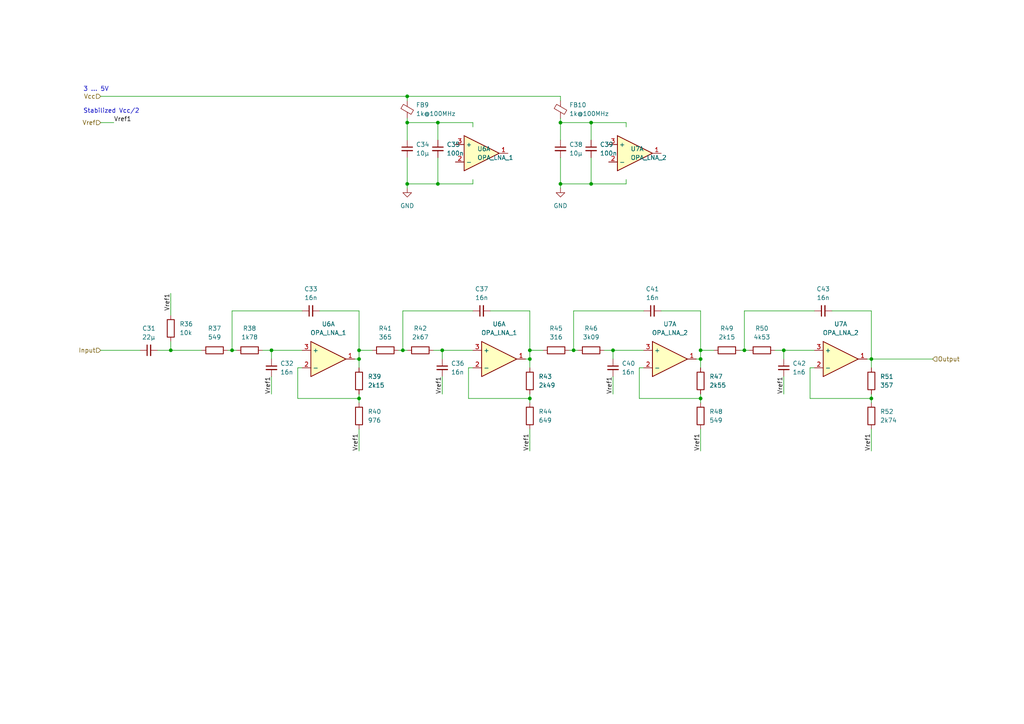
<source format=kicad_sch>
(kicad_sch (version 20211123) (generator eeschema)
  (paper "A4")
  (title_block (title "Low Pass Filter with G=100, Fg=10kHz") (date "2023-06-19") (rev "1"))
  (lib_symbols
    (symbol "Device:C_Small" (pin_numbers hide) (pin_names (offset 0.254) hide)
      (property "Reference" "C" (at 0.254 1.778 0))
      (property "Value" "C_Small" (at 0.254 -2.032 0))
      (symbol "C_Small_0_1"
        (polyline (pts (xy -1.524 -0.508) (xy 1.524 -0.508)) (stroke (width 0.3302)))
        (polyline (pts (xy -1.524 0.508) (xy 1.524 0.508)) (stroke (width 0.3048)))
      )
      (symbol "C_Small_1_1"
        (pin passive line (at 0 2.54 270) (length 2.032) (name "~") (number "1"))
        (pin passive line (at 0 -2.54 90) (length 2.032) (name "~") (number "2"))
      )
    )
    (symbol "Device:FerriteBead_Small" (pin_numbers hide) (pin_names (offset 0))
      (property "Reference" "FB" (at 1.905 1.27 0))
      (property "Value" "FerriteBead_Small" (at 1.905 -1.27 0))
      (symbol "FerriteBead_Small_0_1"
        (polyline (pts (xy 0 -1.27) (xy 0 -0.7874)))
        (polyline (pts (xy 0 0.889) (xy 0 1.2954)))
        (polyline (pts (xy -1.8288 0.2794) (xy -1.1176 1.4986) (xy 1.8288 -0.2032) (xy 1.1176 -1.4224) (xy -1.8288 0.2794)))
      )
      (symbol "FerriteBead_Small_1_1"
        (pin passive line (at 0 2.54 270) (length 1.27) (name "~") (number "1"))
        (pin passive line (at 0 -2.54 90) (length 1.27) (name "~") (number "2"))
      )
    )
    (symbol "Device:Opamp_Dual"
      (property "Reference" "U" (at 0 5.08 0))
      (property "Value" "Opamp_Dual" (at 0 -5.08 0))
      (symbol "Opamp_Dual_1_1"
        (polyline (pts (xy -5.08 5.08) (xy 5.08 0) (xy -5.08 -5.08) (xy -5.08 5.08)) (stroke (width 0.254)) (fill (type background)))
        (pin output line (at 7.62 0 180) (length 2.54) (name "~") (number "1"))
        (pin input line (at -7.62 -2.54 0) (length 2.54) (name "-") (number "2"))
        (pin input line (at -7.62 2.54 0) (length 2.54) (name "+") (number "3"))
      )
      (symbol "Opamp_Dual_2_1"
        (polyline (pts (xy -5.08 5.08) (xy 5.08 0) (xy -5.08 -5.08) (xy -5.08 5.08)) (stroke (width 0.254)) (fill (type background)))
        (pin input line (at -7.62 2.54 0) (length 2.54) (name "+") (number "5"))
        (pin input line (at -7.62 -2.54 0) (length 2.54) (name "-") (number "6"))
        (pin output line (at 7.62 0 180) (length 2.54) (name "~") (number "7"))
      )
      (symbol "Opamp_Dual_3_1"
        (pin power_in line (at -2.54 -7.62 90) (length 3.81) (name "V-") (number "4"))
        (pin power_in line (at -2.54 7.62 270) (length 3.81) (name "V+") (number "8"))
      )
    )
    (symbol "Device:R" (pin_numbers hide) (pin_names (offset 0))
      (property "Reference" "R" (at 2.032 0 90))
      (property "Value" "R" (at 0 0 90))
      (symbol "R_0_1"
        (rectangle (start -1.016 -2.54) (end 1.016 2.54) (stroke (width 0.254)))
      )
      (symbol "R_1_1"
        (pin passive line (at 0 3.81 270) (length 1.27) (name "~") (number "1"))
        (pin passive line (at 0 -3.81 90) (length 1.27) (name "~") (number "2"))
      )
    )
    (symbol "power:GND" (power) (pin_names (offset 0))
      (property "Value" "GND" (at 0 -3.81 0))
      (symbol "GND_0_1"
        (polyline (pts (xy 0 0) (xy 0 -1.27) (xy 1.27 -1.27) (xy 0 -2.54) (xy -1.27 -1.27) (xy 0 -1.27)))
      )
      (symbol "GND_1_1"
        (pin power_in line (at 0 0 270) (length 0) hide (name "GND") (number "1"))
      )
    )
  )
  (junction (at 104.14 104.14))
  (junction (at 127 35.56))
  (junction (at 166.37 101.6))
  (junction (at 227.33 101.6))
  (junction (at 118.11 35.56))
  (junction (at 171.45 35.56))
  (junction (at 203.2 104.14))
  (junction (at 67.31 101.6))
  (junction (at 162.56 53.34))
  (junction (at 203.2 115.57))
  (junction (at 104.14 101.6))
  (junction (at 153.67 115.57))
  (junction (at 128.27 101.6))
  (junction (at 78.74 101.6))
  (junction (at 171.45 53.34))
  (junction (at 153.67 101.6))
  (junction (at 104.14 115.57))
  (junction (at 49.53 101.6))
  (junction (at 215.9 101.6))
  (junction (at 252.73 115.57))
  (junction (at 116.84 101.6))
  (junction (at 127 53.34))
  (junction (at 162.56 35.56))
  (junction (at 118.11 53.34))
  (junction (at 203.2 101.6))
  (junction (at 252.73 104.14))
  (junction (at 153.67 104.14))
  (junction (at 118.11 27.94))
  (junction (at 177.8 101.6))
  (wire (pts (xy 128.27 109.22) (xy 128.27 114.3)))
  (wire (pts (xy 252.73 104.14) (xy 252.73 90.17)))
  (wire (pts (xy 227.33 101.6) (xy 236.22 101.6)))
  (wire (pts (xy 86.36 106.68) (xy 86.36 115.57)))
  (wire (pts (xy 215.9 101.6) (xy 215.9 90.17)))
  (wire (pts (xy 78.74 109.22) (xy 78.74 114.3)))
  (wire (pts (xy 104.14 104.14) (xy 104.14 106.68)))
  (wire (pts (xy 115.57 101.6) (xy 116.84 101.6)))
  (wire (pts (xy 153.67 101.6) (xy 153.67 90.17)))
  (wire (pts (xy 104.14 90.17) (xy 92.71 90.17)))
  (wire (pts (xy 118.11 53.34) (xy 127 53.34)))
  (wire (pts (xy 153.67 115.57) (xy 153.67 116.84)))
  (wire (pts (xy 125.73 101.6) (xy 128.27 101.6)))
  (wire (pts (xy 177.8 101.6) (xy 177.8 104.14)))
  (wire (pts (xy 162.56 35.56) (xy 162.56 40.64)))
  (wire (pts (xy 181.61 52.07) (xy 181.61 53.34)))
  (wire (pts (xy 252.73 90.17) (xy 241.3 90.17)))
  (wire (pts (xy 67.31 101.6) (xy 68.58 101.6)))
  (wire (pts (xy 177.8 109.22) (xy 177.8 114.3)))
  (wire (pts (xy 127 35.56) (xy 127 40.64)))
  (wire (pts (xy 152.4 104.14) (xy 153.67 104.14)))
  (wire (pts (xy 203.2 115.57) (xy 203.2 116.84)))
  (wire (pts (xy 171.45 35.56) (xy 171.45 40.64)))
  (wire (pts (xy 118.11 35.56) (xy 127 35.56)))
  (wire (pts (xy 153.67 104.14) (xy 153.67 101.6)))
  (wire (pts (xy 45.72 101.6) (xy 49.53 101.6)))
  (wire (pts (xy 104.14 115.57) (xy 104.14 114.3)))
  (wire (pts (xy 118.11 34.29) (xy 118.11 35.56)))
  (wire (pts (xy 203.2 90.17) (xy 191.77 90.17)))
  (wire (pts (xy 29.21 27.94) (xy 118.11 27.94)))
  (wire (pts (xy 102.87 104.14) (xy 104.14 104.14)))
  (wire (pts (xy 135.89 115.57) (xy 153.67 115.57)))
  (wire (pts (xy 252.73 104.14) (xy 252.73 106.68)))
  (wire (pts (xy 104.14 104.14) (xy 104.14 101.6)))
  (wire (pts (xy 104.14 124.46) (xy 104.14 130.81)))
  (wire (pts (xy 171.45 45.72) (xy 171.45 53.34)))
  (wire (pts (xy 29.21 101.6) (xy 40.64 101.6)))
  (wire (pts (xy 234.95 115.57) (xy 252.73 115.57)))
  (wire (pts (xy 76.2 101.6) (xy 78.74 101.6)))
  (wire (pts (xy 215.9 90.17) (xy 236.22 90.17)))
  (wire (pts (xy 86.36 115.57) (xy 104.14 115.57)))
  (wire (pts (xy 135.89 106.68) (xy 135.89 115.57)))
  (wire (pts (xy 137.16 52.07) (xy 137.16 53.34)))
  (wire (pts (xy 203.2 124.46) (xy 203.2 130.81)))
  (wire (pts (xy 118.11 27.94) (xy 118.11 29.21)))
  (wire (pts (xy 118.11 53.34) (xy 118.11 54.61)))
  (wire (pts (xy 49.53 99.06) (xy 49.53 101.6)))
  (wire (pts (xy 171.45 53.34) (xy 181.61 53.34)))
  (wire (pts (xy 137.16 106.68) (xy 135.89 106.68)))
  (wire (pts (xy 171.45 35.56) (xy 181.61 35.56)))
  (wire (pts (xy 116.84 101.6) (xy 116.84 90.17)))
  (wire (pts (xy 224.79 101.6) (xy 227.33 101.6)))
  (wire (pts (xy 203.2 104.14) (xy 203.2 101.6)))
  (wire (pts (xy 201.93 104.14) (xy 203.2 104.14)))
  (wire (pts (xy 252.73 115.57) (xy 252.73 116.84)))
  (wire (pts (xy 118.11 45.72) (xy 118.11 53.34)))
  (wire (pts (xy 118.11 27.94) (xy 162.56 27.94)))
  (wire (pts (xy 153.67 90.17) (xy 142.24 90.17)))
  (wire (pts (xy 214.63 101.6) (xy 215.9 101.6)))
  (wire (pts (xy 215.9 101.6) (xy 217.17 101.6)))
  (wire (pts (xy 153.67 104.14) (xy 153.67 106.68)))
  (wire (pts (xy 166.37 101.6) (xy 166.37 90.17)))
  (wire (pts (xy 153.67 101.6) (xy 157.48 101.6)))
  (wire (pts (xy 177.8 101.6) (xy 186.69 101.6)))
  (wire (pts (xy 137.16 35.56) (xy 137.16 36.83)))
  (wire (pts (xy 162.56 34.29) (xy 162.56 35.56)))
  (wire (pts (xy 128.27 101.6) (xy 137.16 101.6)))
  (wire (pts (xy 116.84 101.6) (xy 118.11 101.6)))
  (wire (pts (xy 185.42 115.57) (xy 203.2 115.57)))
  (wire (pts (xy 153.67 115.57) (xy 153.67 114.3)))
  (wire (pts (xy 203.2 104.14) (xy 203.2 106.68)))
  (wire (pts (xy 49.53 101.6) (xy 58.42 101.6)))
  (wire (pts (xy 186.69 106.68) (xy 185.42 106.68)))
  (wire (pts (xy 116.84 90.17) (xy 137.16 90.17)))
  (wire (pts (xy 67.31 90.17) (xy 87.63 90.17)))
  (wire (pts (xy 67.31 101.6) (xy 67.31 90.17)))
  (wire (pts (xy 49.53 85.09) (xy 49.53 91.44)))
  (wire (pts (xy 162.56 53.34) (xy 162.56 54.61)))
  (wire (pts (xy 128.27 101.6) (xy 128.27 104.14)))
  (wire (pts (xy 162.56 27.94) (xy 162.56 29.21)))
  (wire (pts (xy 127 53.34) (xy 137.16 53.34)))
  (wire (pts (xy 166.37 90.17) (xy 186.69 90.17)))
  (wire (pts (xy 185.42 106.68) (xy 185.42 115.57)))
  (wire (pts (xy 162.56 53.34) (xy 171.45 53.34)))
  (wire (pts (xy 104.14 101.6) (xy 104.14 90.17)))
  (wire (pts (xy 203.2 101.6) (xy 203.2 90.17)))
  (wire (pts (xy 252.73 115.57) (xy 252.73 114.3)))
  (wire (pts (xy 252.73 124.46) (xy 252.73 130.81)))
  (wire (pts (xy 127 35.56) (xy 137.16 35.56)))
  (wire (pts (xy 251.46 104.14) (xy 252.73 104.14)))
  (wire (pts (xy 227.33 101.6) (xy 227.33 104.14)))
  (wire (pts (xy 104.14 115.57) (xy 104.14 116.84)))
  (wire (pts (xy 227.33 109.22) (xy 227.33 114.3)))
  (wire (pts (xy 162.56 45.72) (xy 162.56 53.34)))
  (wire (pts (xy 181.61 35.56) (xy 181.61 36.83)))
  (wire (pts (xy 165.1 101.6) (xy 166.37 101.6)))
  (wire (pts (xy 252.73 104.14) (xy 270.51 104.14)))
  (wire (pts (xy 104.14 101.6) (xy 107.95 101.6)))
  (wire (pts (xy 234.95 106.68) (xy 234.95 115.57)))
  (wire (pts (xy 175.26 101.6) (xy 177.8 101.6)))
  (wire (pts (xy 29.21 35.56) (xy 33.02 35.56)))
  (wire (pts (xy 236.22 106.68) (xy 234.95 106.68)))
  (wire (pts (xy 78.74 101.6) (xy 87.63 101.6)))
  (wire (pts (xy 166.37 101.6) (xy 167.64 101.6)))
  (wire (pts (xy 66.04 101.6) (xy 67.31 101.6)))
  (wire (pts (xy 78.74 101.6) (xy 78.74 104.14)))
  (wire (pts (xy 127 45.72) (xy 127 53.34)))
  (wire (pts (xy 118.11 35.56) (xy 118.11 40.64)))
  (wire (pts (xy 87.63 106.68) (xy 86.36 106.68)))
  (wire (pts (xy 203.2 101.6) (xy 207.01 101.6)))
  (wire (pts (xy 162.56 35.56) (xy 171.45 35.56)))
  (wire (pts (xy 153.67 124.46) (xy 153.67 130.81)))
  (wire (pts (xy 203.2 115.57) (xy 203.2 114.3)))
  (text "Stabilized Vcc/2" (at 24.13 33.02 0) (effects (font (size 1.27 1.27)) (justify left bottom)))
  (text "3 ... 5V" (at 24.13 26.67 0) (effects (font (size 1.27 1.27)) (justify left bottom)))
  (label "Vref1" (at 153.67 130.81 90))
  (label "Vref1" (at 104.14 130.81 90))
  (label "Vref1" (at 203.2 130.81 90))
  (label "Vref1" (at 227.33 114.3 90))
  (label "Vref1" (at 252.73 130.81 90))
  (label "Vref1" (at 78.74 114.3 90))
  (label "Vref1" (at 33.02 35.56 0))
  (label "Vref1" (at 177.8 114.3 90))
  (label "Vref1" (at 128.27 114.3 90))
  (label "Vref1" (at 49.53 85.09 270))
  (hierarchical_label "Output" (shape input) (at 270.51 104.14 0))
  (hierarchical_label "Vref" (shape input) (at 29.21 35.56 180))
  (hierarchical_label "Input" (shape input) (at 29.21 101.6 180))
  (hierarchical_label "Vcc" (shape input) (at 29.21 27.94 180))
  (symbol (lib_id "Device:Opamp_Dual") (at 184.15 44.45 0)
    (property "Reference" "U7" (at 182.88 43.1799 0) (effects (justify left)))
    (property "Value" "OPA_LNA_2" (at 182.88 45.7199 0) (effects (justify left)))
    (property "Footprint" "Package_SO:SOIC-8_3.9x4.9mm_P1.27mm" (effects hide))
    (property "Manufacture #" "MCP6497T-E/SN" (effects hide))
  )
  (symbol (lib_id "Device:Opamp_Dual") (at 144.78 104.14 0)
    (property "Reference" "U6" (at 144.78 93.98 0))
    (property "Value" "OPA_LNA_1" (at 144.78 96.52 0))
    (property "Footprint" "Package_SO:SOIC-8_3.9x4.9mm_P1.27mm" (effects hide))
    (property "Manufacture #" "MCP6497T-E/SN" (effects hide))
  )
  (symbol (lib_id "Device:R") (at 220.98 101.6 90)
    (property "Reference" "R50" (at 220.98 95.25 90))
    (property "Value" "4k53" (at 220.98 97.79 90))
    (property "Footprint" "Resistor_SMD:R_1206_3216Metric_Pad1.30x1.75mm_HandSolder" (effects hide))
    (property "Manufacture #" "CR1206-FX-4531ELF" (effects hide))
  )
  (symbol (lib_id "Device:C_Small") (at 127 43.18 0)
    (property "Reference" "C35" (at 129.54 41.9162 0) (effects (justify left)))
    (property "Value" "100n" (at 129.54 44.4562 0) (effects (justify left)))
    (property "Footprint" "Capacitor_SMD:C_1206_3216Metric_Pad1.33x1.80mm_HandSolder" (effects hide))
    (property "Manufacture #" "C1206C104M5RACTU" (effects hide))
  )
  (symbol (lib_id "Device:C_Small") (at 238.76 90.17 90)
    (property "Reference" "C43" (at 238.7663 83.82 90))
    (property "Value" "16n" (at 238.7663 86.36 90))
    (property "Footprint" "Capacitor_SMD:C_1206_3216Metric_Pad1.33x1.80mm_HandSolder" (effects hide))
    (property "Manufacture #" "GRM3195C1H163JA01D" (effects hide))
  )
  (symbol (lib_id "Device:Opamp_Dual") (at 139.7 44.45 0)
    (property "Reference" "U6" (at 138.43 43.1799 0) (effects (justify left)))
    (property "Value" "OPA_LNA_1" (at 138.43 45.7199 0) (effects (justify left)))
    (property "Footprint" "Package_SO:SOIC-8_3.9x4.9mm_P1.27mm" (effects hide))
    (property "Manufacture #" "MCP6497T-E/SN" (effects hide))
  )
  (symbol (lib_id "Device:R") (at 62.23 101.6 90)
    (property "Reference" "R37" (at 62.23 95.25 90))
    (property "Value" "549" (at 62.23 97.79 90))
    (property "Footprint" "Resistor_SMD:R_1206_3216Metric_Pad1.30x1.75mm_HandSolder" (effects hide))
    (property "Manufacture #" "CR1206-FX-5490ELF" (effects hide))
  )
  (symbol (lib_id "Device:R") (at 153.67 120.65 0)
    (property "Reference" "R44" (at 156.21 119.3799 0) (effects (justify left)))
    (property "Value" "649" (at 156.21 121.9199 0) (effects (justify left)))
    (property "Footprint" "Resistor_SMD:R_1206_3216Metric_Pad1.30x1.75mm_HandSolder" (effects hide))
    (property "Manufacture #" "CR1206-FX-6490ELF" (effects hide))
  )
  (symbol (lib_id "Device:R") (at 252.73 110.49 0)
    (property "Reference" "R51" (at 255.27 109.2199 0) (effects (justify left)))
    (property "Value" "357" (at 255.27 111.7599 0) (effects (justify left)))
    (property "Footprint" "Resistor_SMD:R_1206_3216Metric_Pad1.30x1.75mm_HandSolder" (effects hide))
    (property "Manufacture #" "CR1206-FX-3570ELF" (effects hide))
  )
  (symbol (lib_id "Device:R") (at 49.53 95.25 180)
    (property "Reference" "R36" (at 52.07 93.9799 0) (effects (justify right)))
    (property "Value" "10k" (at 52.07 96.5199 0) (effects (justify right)))
    (property "Footprint" "Resistor_SMD:R_1206_3216Metric_Pad1.30x1.75mm_HandSolder" (effects hide))
    (property "Manufacture #" "CR1206-FX-1002ELF" (effects hide))
  )
  (symbol (lib_id "Device:R") (at 111.76 101.6 90)
    (property "Reference" "R41" (at 111.76 95.25 90))
    (property "Value" "365" (at 111.76 97.79 90))
    (property "Footprint" "Resistor_SMD:R_1206_3216Metric_Pad1.30x1.75mm_HandSolder" (effects hide))
    (property "Manufacture #" "CR1206-FX-3650ELF" (effects hide))
  )
  (symbol (lib_id "Device:FerriteBead_Small") (at 162.56 31.75 0)
    (property "Reference" "FB10" (at 165.1 30.4418 0) (effects (justify left)))
    (property "Value" "1k@100MHz" (at 165.1 32.9818 0) (effects (justify left)))
    (property "Footprint" "Inductor_SMD:L_1206_3216Metric_Pad1.22x1.90mm_HandSolder" (effects hide))
    (property "Manufacture #" "BLM31KN102SN1L" (effects hide))
  )
  (symbol (lib_id "Device:R") (at 203.2 120.65 0)
    (property "Reference" "R48" (at 205.74 119.3799 0) (effects (justify left)))
    (property "Value" "549" (at 205.74 121.9199 0) (effects (justify left)))
    (property "Footprint" "Resistor_SMD:R_1206_3216Metric_Pad1.30x1.75mm_HandSolder" (effects hide))
    (property "Manufacture #" "CR1206-FX-5490ELF" (effects hide))
  )
  (symbol (lib_id "Device:R") (at 72.39 101.6 90)
    (property "Reference" "R38" (at 72.39 95.25 90))
    (property "Value" "1k78" (at 72.39 97.79 90))
    (property "Footprint" "Resistor_SMD:R_1206_3216Metric_Pad1.30x1.75mm_HandSolder" (effects hide))
    (property "Manufacture #" "CR1206-FX-1781ELF" (effects hide))
  )
  (symbol (lib_id "Device:C_Small") (at 118.11 43.18 0)
    (property "Reference" "C34" (at 120.65 41.9162 0) (effects (justify left)))
    (property "Value" "10µ" (at 120.65 44.4562 0) (effects (justify left)))
    (property "Footprint" "Capacitor_SMD:C_1206_3216Metric_Pad1.33x1.80mm_HandSolder" (effects hide))
    (property "Manufacture #" "GRM31CR71E106KA12L" (effects hide))
  )
  (symbol (lib_id "Device:C_Small") (at 171.45 43.18 0)
    (property "Reference" "C39" (at 173.99 41.9162 0) (effects (justify left)))
    (property "Value" "100n" (at 173.99 44.4562 0) (effects (justify left)))
    (property "Footprint" "Capacitor_SMD:C_1206_3216Metric_Pad1.33x1.80mm_HandSolder" (effects hide))
    (property "Manufacture #" "C1206C104M5RACTU" (effects hide))
  )
  (symbol (lib_id "Device:R") (at 121.92 101.6 90)
    (property "Reference" "R42" (at 121.92 95.25 90))
    (property "Value" "2k67" (at 121.92 97.79 90))
    (property "Footprint" "Resistor_SMD:R_1206_3216Metric_Pad1.30x1.75mm_HandSolder" (effects hide))
    (property "Manufacture #" "CR1206-FX-2671ELF" (effects hide))
  )
  (symbol (lib_id "Device:R") (at 161.29 101.6 90)
    (property "Reference" "R45" (at 161.29 95.25 90))
    (property "Value" "316" (at 161.29 97.79 90))
    (property "Footprint" "Resistor_SMD:R_1206_3216Metric_Pad1.30x1.75mm_HandSolder" (effects hide))
    (property "Manufacture #" "CR1206-FX-3160ELF" (effects hide))
  )
  (symbol (lib_id "Device:C_Small") (at 189.23 90.17 90)
    (property "Reference" "C41" (at 189.2363 83.82 90))
    (property "Value" "16n" (at 189.2363 86.36 90))
    (property "Footprint" "Capacitor_SMD:C_1206_3216Metric_Pad1.33x1.80mm_HandSolder" (effects hide))
    (property "Manufacture #" "GRM3195C1H163JA01D" (effects hide))
  )
  (symbol (lib_id "Device:C_Small") (at 177.8 106.68 0)
    (property "Reference" "C40" (at 180.34 105.4162 0) (effects (justify left)))
    (property "Value" "16n" (at 180.34 107.9562 0) (effects (justify left)))
    (property "Footprint" "Capacitor_SMD:C_1206_3216Metric_Pad1.33x1.80mm_HandSolder" (effects hide))
    (property "Manufacture #" "GRM3195C1H163JA01D" (effects hide))
  )
  (symbol (lib_id "Device:R") (at 104.14 120.65 0)
    (property "Reference" "R40" (at 106.68 119.3799 0) (effects (justify left)))
    (property "Value" "976" (at 106.68 121.9199 0) (effects (justify left)))
    (property "Footprint" "Resistor_SMD:R_1206_3216Metric_Pad1.30x1.75mm_HandSolder" (effects hide))
    (property "Manufacture #" "CRCW1206976RFKEA" (effects hide))
  )
  (symbol (lib_id "Device:Opamp_Dual") (at 194.31 104.14 0)
    (property "Reference" "U7" (at 194.31 93.98 0))
    (property "Value" "OPA_LNA_2" (at 194.31 96.52 0))
    (property "Footprint" "Package_SO:SOIC-8_3.9x4.9mm_P1.27mm" (effects hide))
    (property "Manufacture #" "MCP6497T-E/SN" (effects hide))
  )
  (symbol (lib_id "power:GND") (at 118.11 54.61 0)
    (property "Reference" "#PWR0129" (effects hide))
    (property "Value" "GND" (at 118.11 59.69 0))
  )
  (symbol (lib_id "Device:C_Small") (at 139.7 90.17 90)
    (property "Reference" "C37" (at 139.7063 83.82 90))
    (property "Value" "16n" (at 139.7063 86.36 90))
    (property "Footprint" "Capacitor_SMD:C_1206_3216Metric_Pad1.33x1.80mm_HandSolder" (effects hide))
    (property "Manufacture #" "GRM3195C1H163JA01D" (effects hide))
  )
  (symbol (lib_id "Device:R") (at 252.73 120.65 0)
    (property "Reference" "R52" (at 255.27 119.3799 0) (effects (justify left)))
    (property "Value" "2k74" (at 255.27 121.9199 0) (effects (justify left)))
    (property "Footprint" "Resistor_SMD:R_1206_3216Metric_Pad1.30x1.75mm_HandSolder" (effects hide))
    (property "Manufacture #" "CR1206-FX-2741ELF" (effects hide))
  )
  (symbol (lib_id "Device:R") (at 210.82 101.6 90)
    (property "Reference" "R49" (at 210.82 95.25 90))
    (property "Value" "2k15" (at 210.82 97.79 90))
    (property "Footprint" "Resistor_SMD:R_1206_3216Metric_Pad1.30x1.75mm_HandSolder" (effects hide))
    (property "Manufacture #" "CR1206-FX-2151ELF" (effects hide))
  )
  (symbol (lib_id "Device:C_Small") (at 227.33 106.68 0)
    (property "Reference" "C42" (at 229.87 105.4162 0) (effects (justify left)))
    (property "Value" "1n6" (at 229.87 107.9562 0) (effects (justify left)))
    (property "Footprint" "Capacitor_SMD:C_1206_3216Metric_Pad1.33x1.80mm_HandSolder" (effects hide))
    (property "Manufacture #" "GRM3195C2A162JA01D" (effects hide))
  )
  (symbol (lib_id "Device:Opamp_Dual") (at 243.84 104.14 0)
    (property "Reference" "U7" (at 243.84 93.98 0))
    (property "Value" "OPA_LNA_2" (at 243.84 96.52 0))
    (property "Footprint" "Package_SO:SOIC-8_3.9x4.9mm_P1.27mm" (effects hide))
    (property "Manufacture #" "MCP6497T-E/SN" (effects hide))
  )
  (symbol (lib_id "Device:C_Small") (at 78.74 106.68 0)
    (property "Reference" "C32" (at 81.28 105.4162 0) (effects (justify left)))
    (property "Value" "16n" (at 81.28 107.9562 0) (effects (justify left)))
    (property "Footprint" "Capacitor_SMD:C_1206_3216Metric_Pad1.33x1.80mm_HandSolder" (effects hide))
    (property "Manufacture #" "GRM3195C1H163JA01D" (effects hide))
  )
  (symbol (lib_id "Device:R") (at 104.14 110.49 0)
    (property "Reference" "R39" (at 106.68 109.2199 0) (effects (justify left)))
    (property "Value" "2k15" (at 106.68 111.7599 0) (effects (justify left)))
    (property "Footprint" "Resistor_SMD:R_1206_3216Metric_Pad1.30x1.75mm_HandSolder" (effects hide))
    (property "Manufacture #" "CR1206-FX-2151ELF" (effects hide))
  )
  (symbol (lib_id "power:GND") (at 162.56 54.61 0)
    (property "Reference" "#PWR0130" (effects hide))
    (property "Value" "GND" (at 162.56 59.69 0))
  )
  (symbol (lib_id "Device:C_Small") (at 162.56 43.18 0)
    (property "Reference" "C38" (at 165.1 41.9162 0) (effects (justify left)))
    (property "Value" "10µ" (at 165.1 44.4562 0) (effects (justify left)))
    (property "Footprint" "Capacitor_SMD:C_1206_3216Metric_Pad1.33x1.80mm_HandSolder" (effects hide))
    (property "Manufacture #" "GRM31CR71E106KA12L" (effects hide))
  )
  (symbol (lib_id "Device:C_Small") (at 43.18 101.6 90)
    (property "Reference" "C31" (at 43.1863 95.25 90))
    (property "Value" "22µ" (at 43.1863 97.79 90))
    (property "Footprint" "Capacitor_SMD:C_1206_3216Metric_Pad1.33x1.80mm_HandSolder" (effects hide))
    (property "Manufacture #" "GRM31CR71A226KE15L" (effects hide))
  )
  (symbol (lib_id "Device:R") (at 203.2 110.49 0)
    (property "Reference" "R47" (at 205.74 109.2199 0) (effects (justify left)))
    (property "Value" "2k55" (at 205.74 111.7599 0) (effects (justify left)))
    (property "Footprint" "Resistor_SMD:R_1206_3216Metric_Pad1.30x1.75mm_HandSolder" (effects hide))
    (property "Manufacture #" "CR1206-FX-2551ELF" (effects hide))
  )
  (symbol (lib_id "Device:C_Small") (at 90.17 90.17 90)
    (property "Reference" "C33" (at 90.1763 83.82 90))
    (property "Value" "16n" (at 90.1763 86.36 90))
    (property "Footprint" "Capacitor_SMD:C_1206_3216Metric_Pad1.33x1.80mm_HandSolder" (effects hide))
    (property "Manufacture #" "GRM3195C1H163JA01D" (effects hide))
  )
  (symbol (lib_id "Device:R") (at 153.67 110.49 0)
    (property "Reference" "R43" (at 156.21 109.2199 0) (effects (justify left)))
    (property "Value" "2k49" (at 156.21 111.7599 0) (effects (justify left)))
    (property "Footprint" "Resistor_SMD:R_1206_3216Metric_Pad1.30x1.75mm_HandSolder" (effects hide))
    (property "Manufacture #" "CR1206-FX-2491ELF" (effects hide))
  )
  (symbol (lib_id "Device:R") (at 171.45 101.6 90)
    (property "Reference" "R46" (at 171.45 95.25 90))
    (property "Value" "3k09" (at 171.45 97.79 90))
    (property "Footprint" "Resistor_SMD:R_1206_3216Metric_Pad1.30x1.75mm_HandSolder" (effects hide))
    (property "Manufacture #" "RC1206FR-073K09L" (effects hide))
  )
  (symbol (lib_id "Device:FerriteBead_Small") (at 118.11 31.75 0)
    (property "Reference" "FB9" (at 120.65 30.4418 0) (effects (justify left)))
    (property "Value" "1k@100MHz" (at 120.65 32.9818 0) (effects (justify left)))
    (property "Footprint" "Inductor_SMD:L_1206_3216Metric_Pad1.22x1.90mm_HandSolder" (effects hide))
    (property "Manufacture #" "BLM31KN102SN1L" (effects hide))
  )
  (symbol (lib_id "Device:C_Small") (at 128.27 106.68 0)
    (property "Reference" "C36" (at 130.81 105.4162 0) (effects (justify left)))
    (property "Value" "16n" (at 130.81 107.9562 0) (effects (justify left)))
    (property "Footprint" "Capacitor_SMD:C_1206_3216Metric_Pad1.33x1.80mm_HandSolder" (effects hide))
    (property "Manufacture #" "GRM3195C1H163JA01D" (effects hide))
  )
  (symbol (lib_id "Device:Opamp_Dual") (at 95.25 104.14 0)
    (property "Reference" "U6" (at 95.25 93.98 0))
    (property "Value" "OPA_LNA_1" (at 95.25 96.52 0))
    (property "Footprint" "Package_SO:SOIC-8_3.9x4.9mm_P1.27mm" (effects hide))
    (property "Manufacture #" "MCP6497T-E/SN" (effects hide))
  )
)
</source>
